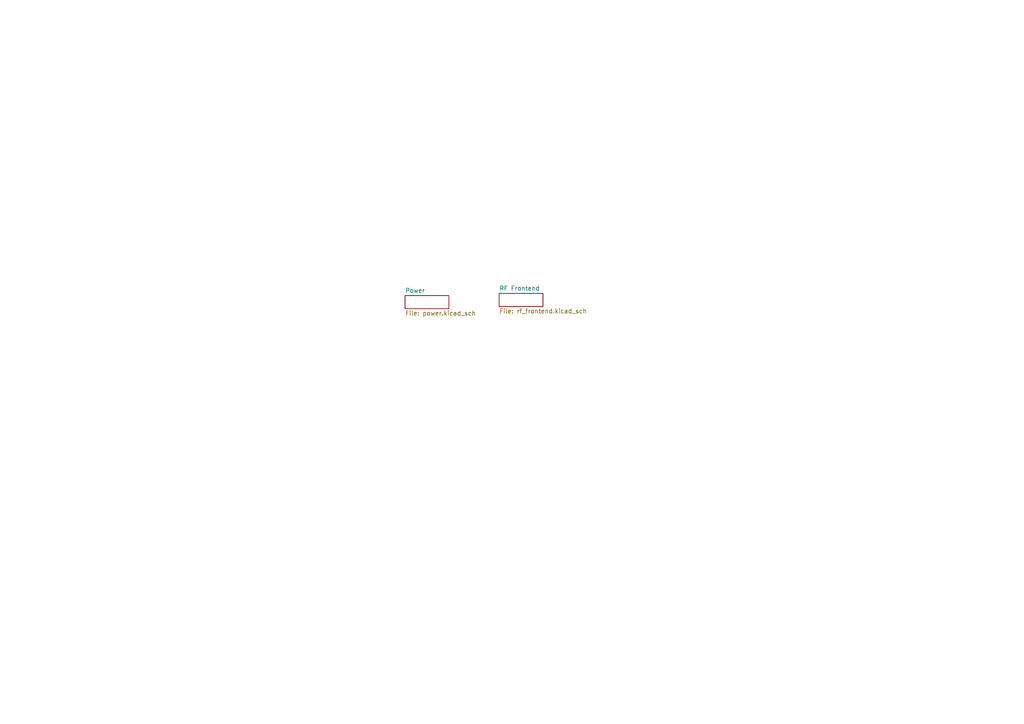
<source format=kicad_sch>
(kicad_sch
	(version 20250114)
	(generator "eeschema")
	(generator_version "9.0")
	(uuid "4bd27adf-ee4d-4bbe-8c91-278961bf82dc")
	(paper "A4")
	(lib_symbols)
	(sheet
		(at 117.475 85.725)
		(size 12.7 3.81)
		(exclude_from_sim no)
		(in_bom yes)
		(on_board yes)
		(dnp no)
		(fields_autoplaced yes)
		(stroke
			(width 0.1524)
			(type solid)
		)
		(fill
			(color 0 0 0 0.0000)
		)
		(uuid "631cdfc9-cb70-4c09-a4da-15f8b30d511c")
		(property "Sheetname" "Power"
			(at 117.475 85.0134 0)
			(effects
				(font
					(size 1.27 1.27)
				)
				(justify left bottom)
			)
		)
		(property "Sheetfile" "power.kicad_sch"
			(at 117.475 90.1196 0)
			(effects
				(font
					(size 1.27 1.27)
				)
				(justify left top)
			)
		)
		(instances
			(project "at86rf215-design-block"
				(path "/4bd27adf-ee4d-4bbe-8c91-278961bf82dc"
					(page "2")
				)
			)
		)
	)
	(sheet
		(at 144.78 85.09)
		(size 12.7 3.81)
		(exclude_from_sim no)
		(in_bom yes)
		(on_board yes)
		(dnp no)
		(fields_autoplaced yes)
		(stroke
			(width 0.1524)
			(type solid)
		)
		(fill
			(color 0 0 0 0.0000)
		)
		(uuid "8c4121fb-a57e-4064-b3f7-b0128eefdadf")
		(property "Sheetname" "RF Frontend"
			(at 144.78 84.3784 0)
			(effects
				(font
					(size 1.27 1.27)
				)
				(justify left bottom)
			)
		)
		(property "Sheetfile" "rf_frontend.kicad_sch"
			(at 144.78 89.4846 0)
			(effects
				(font
					(size 1.27 1.27)
				)
				(justify left top)
			)
		)
		(instances
			(project "at86rf215-design-block"
				(path "/4bd27adf-ee4d-4bbe-8c91-278961bf82dc"
					(page "3")
				)
			)
		)
	)
	(sheet_instances
		(path "/"
			(page "1")
		)
	)
	(embedded_fonts no)
)

</source>
